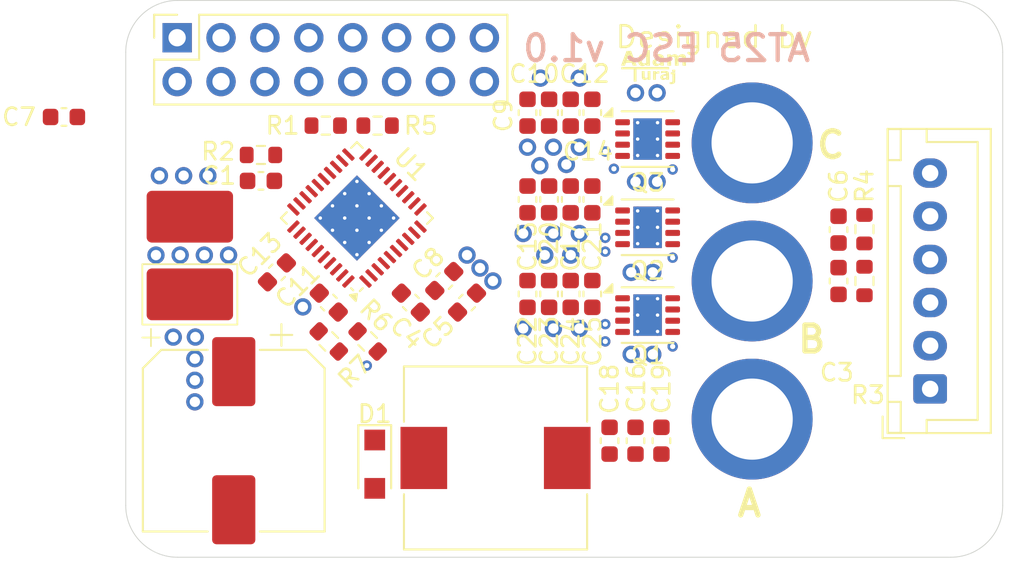
<source format=kicad_pcb>
(kicad_pcb (version 20241229) (generator "pcbnew") (generator_version "9.0")
  (layers (0 "F.Cu" signal) (4 "In1.Cu" signal) (6 "In2.Cu" signal) (2 "B.Cu" signal) (13 "F.Paste" user) (15 "B.Paste" user) (5 "F.SilkS" user "F.Silkscreen") (7 "B.SilkS" user "B.Silkscreen") (1 "F.Mask" user) (3 "B.Mask" user) (25 "Edge.Cuts" user))
  (net 0 "")
  (net 1 "VM")
  (net 2 "GND")
  (net 3 "/HALL_C")
  (net 4 "/HALL_B")
  (net 5 "Net-(D1-K)")
  (net 6 "+5V")
  (net 7 "/HALL_A")
  (net 8 "+3V3")
  (net 9 "/TEMP")
  (net 10 "/EN")
  (net 11 "/DIR")
  (net 12 "/BRAKE")
  (net 13 "/CLK")
  (net 14 "/FAULT")
  (net 15 "/CS")
  (net 16 "/SDI")
  (net 17 "/SDO")
  (net 18 "/PWM")
  (net 19 "/Phase_A.GL")
  (net 20 "/Phase_A.SH")
  (net 21 "/Phase_A.GH")
  (net 22 "/Phase_B.SH")
  (net 23 "/Phase_B.GH")
  (net 24 "/Phase_B.GL")
  (net 25 "/Phase_C.GL")
  (net 26 "/Phase_C.GH")
  (net 27 "/Phase_C.SH")
  (net 28 "Net-(U1-CPL)")
  (net 29 "Net-(U1-CPH)")
  (net 30 "Net-(U1-VCP)")
  (net 31 "Net-(U1-CB)")
  (net 32 "Net-(J3-Pin_3)")
  (net 33 "Net-(J3-Pin_4)")
  (net 34 "Net-(J3-Pin_2)")
  (net 35 "Net-(J4-Pin_3)")
  (net 36 "Net-(J4-Pin_2)")
  (net 37 "Net-(J4-Pin_1)")
  (net 38 "Net-(U1-FB)")
  (footprint "Capacitor_SMD:C_0603_1608Metric" (layer "F.Cu") (at 157 101.75 90)
    (property "Reference" "C12" (at 2.25 0.8 0) (layer "F.SilkS"))
    (property "Value" "4.7uF")
    (pad "1" smd roundrect (at -0.775 0 90) (size 0.9 0.95) (layers "F.Cu" "F.Mask" "F.Paste") (net 1 "VM"))
    (pad "2" smd roundrect (at 0.775 0 90) (size 0.9 0.95) (layers "F.Cu" "F.Mask" "F.Paste") (net 2 "GND"))
  )
  (footprint "Package_SON:VSON-8-1EP_3x3mm_P0.65mm_EP1.65x2.4mm_ThermalVias" (layer "F.Cu") (at 161.45 103.28)
    (property "Reference" "Q3" (at 0 2.52 180) (layer "F.SilkS"))
    (property "Value" "CSD87333Q3D")
    (pad "1" smd roundrect (at -1.45 -0.975) (size 0.85 0.35) (layers "F.Cu" "F.Mask" "F.Paste") (net 1 "VM"))
    (pad "2" smd roundrect (at -1.45 -0.325) (size 0.85 0.35) (layers "F.Cu" "F.Mask" "F.Paste") (net 1 "VM"))
    (pad "3" smd roundrect (at -1.45 0.325) (size 0.85 0.35) (layers "F.Cu" "F.Mask" "F.Paste") (net 26 "/Phase_C.GH"))
    (pad "4" smd roundrect (at -1.45 0.975) (size 0.85 0.35) (layers "F.Cu" "F.Mask" "F.Paste") (net 27 "/Phase_C.SH"))
    (pad "5" smd roundrect (at 1.45 0.975) (size 0.85 0.35) (layers "F.Cu" "F.Mask" "F.Paste") (net 25 "/Phase_C.GL"))
    (pad "6" smd roundrect (at 1.45 0.325) (size 0.85 0.35) (layers "F.Cu" "F.Mask" "F.Paste") (net 35 "Net-(J4-Pin_3)"))
    (pad "7" smd roundrect (at 1.45 -0.325) (size 0.85 0.35) (layers "F.Cu" "F.Mask" "F.Paste") (net 35 "Net-(J4-Pin_3)"))
    (pad "8" smd roundrect (at 1.45 -0.975) (size 0.85 0.35) (layers "F.Cu" "F.Mask" "F.Paste") (net 35 "Net-(J4-Pin_3)"))
    (pad "9" thru_hole circle (at -0.575 -0.95) (size 0.5 0.5) (drill 0.2) (property pad_prop_heatsink) (layers "*.Cu") (net 2 "GND"))
    (pad "9" thru_hole circle (at -0.575 0) (size 0.5 0.5) (drill 0.2) (property pad_prop_heatsink) (layers "*.Cu") (net 2 "GND"))
    (pad "9" thru_hole circle (at -0.575 0.95) (size 0.5 0.5) (drill 0.2) (property pad_prop_heatsink) (layers "*.Cu") (net 2 "GND"))
    (pad "9" smd rect (at 0 0) (size 1.65 2.4) (property pad_prop_heatsink) (layers "F.Cu" "F.Mask") (net 2 "GND"))
    (pad "9" smd rect (at 0 0) (size 1.65 2.4) (property pad_prop_heatsink) (layers "B.Cu") (net 2 "GND"))
    (pad "9" thru_hole circle (at 0.575 -0.95) (size 0.5 0.5) (drill 0.2) (property pad_prop_heatsink) (layers "*.Cu") (net 2 "GND"))
    (pad "9" thru_hole circle (at 0.575 0) (size 0.5 0.5) (drill 0.2) (property pad_prop_heatsink) (layers "*.Cu") (net 2 "GND"))
    (pad "9" thru_hole circle (at 0.575 0.95) (size 0.5 0.5) (drill 0.2) (property pad_prop_heatsink) (layers "*.Cu") (net 2 "GND"))
  )
  (footprint "Capacitor_SMD:C_0603_1608Metric" (layer "F.Cu") (at 127.675 102)
    (property "Reference" "C7" (at -2.6 0 0) (layer "F.SilkS"))
    (property "Value" "1uF")
    (pad "1" smd roundrect (at -0.775 0) (size 0.9 0.95) (layers "F.Cu" "F.Mask" "F.Paste") (net 8 "+3V3"))
    (pad "2" smd roundrect (at 0.775 0) (size 0.9 0.95) (layers "F.Cu" "F.Mask" "F.Paste") (net 2 "GND"))
  )
  (footprint "Inductor_SMD:L_10.4x10.4_H4.8" (layer "F.Cu") (at 152.65 121.75)
    (property "Reference" "L1" (hide yes))
    (property "Value" "33uH")
    (pad "1" smd rect (at -4.15 0) (size 2.7 3.6) (layers "F.Cu" "F.Mask" "F.Paste") (net 5 "Net-(D1-K)"))
    (pad "2" smd rect (at 4.15 0) (size 2.7 3.6) (layers "F.Cu" "F.Mask" "F.Paste") (net 6 "+5V"))
  )
  (footprint "Package_SON:VSON-8-1EP_3x3mm_P0.65mm_EP1.65x2.4mm_ThermalVias" (layer "F.Cu") (at 161.45 113.475)
    (property "Reference" "Q1" (at 0 2.325 0) (layer "F.SilkS"))
    (property "Value" "CSD87333Q3D")
    (pad "1" smd roundrect (at -1.45 -0.975) (size 0.85 0.35) (layers "F.Cu" "F.Mask" "F.Paste") (net 1 "VM"))
    (pad "2" smd roundrect (at -1.45 -0.325) (size 0.85 0.35) (layers "F.Cu" "F.Mask" "F.Paste") (net 1 "VM"))
    (pad "3" smd roundrect (at -1.45 0.325) (size 0.85 0.35) (layers "F.Cu" "F.Mask" "F.Paste") (net 21 "/Phase_A.GH"))
    (pad "4" smd roundrect (at -1.45 0.975) (size 0.85 0.35) (layers "F.Cu" "F.Mask" "F.Paste") (net 20 "/Phase_A.SH"))
    (pad "5" smd roundrect (at 1.45 0.975) (size 0.85 0.35) (layers "F.Cu" "F.Mask" "F.Paste") (net 19 "/Phase_A.GL"))
    (pad "6" smd roundrect (at 1.45 0.325) (size 0.85 0.35) (layers "F.Cu" "F.Mask" "F.Paste") (net 37 "Net-(J4-Pin_1)"))
    (pad "7" smd roundrect (at 1.45 -0.325) (size 0.85 0.35) (layers "F.Cu" "F.Mask" "F.Paste") (net 37 "Net-(J4-Pin_1)"))
    (pad "8" smd roundrect (at 1.45 -0.975) (size 0.85 0.35) (layers "F.Cu" "F.Mask" "F.Paste") (net 37 "Net-(J4-Pin_1)"))
    (pad "9" thru_hole circle (at -0.575 -0.95) (size 0.5 0.5) (drill 0.2) (property pad_prop_heatsink) (layers "*.Cu") (net 2 "GND"))
    (pad "9" thru_hole circle (at -0.575 0) (size 0.5 0.5) (drill 0.2) (property pad_prop_heatsink) (layers "*.Cu") (net 2 "GND"))
    (pad "9" thru_hole circle (at -0.575 0.95) (size 0.5 0.5) (drill 0.2) (property pad_prop_heatsink) (layers "*.Cu") (net 2 "GND"))
    (pad "9" smd rect (at 0 0) (size 1.65 2.4) (property pad_prop_heatsink) (layers "F.Cu" "F.Mask") (net 2 "GND"))
    (pad "9" smd rect (at 0 0) (size 1.65 2.4) (property pad_prop_heatsink) (layers "B.Cu") (net 2 "GND"))
    (pad "9" thru_hole circle (at 0.575 -0.95) (size 0.5 0.5) (drill 0.2) (property pad_prop_heatsink) (layers "*.Cu") (net 2 "GND"))
    (pad "9" thru_hole circle (at 0.575 0) (size 0.5 0.5) (drill 0.2) (property pad_prop_heatsink) (layers "*.Cu") (net 2 "GND"))
    (pad "9" thru_hole circle (at 0.575 0.95) (size 0.5 0.5) (drill 0.2) (property pad_prop_heatsink) (layers "*.Cu") (net 2 "GND"))
  )
  (footprint "Diode_SMD:Nexperia_CFP3_SOD-123W" (layer "F.Cu") (at 145.66 122.11 -90)
    (property "Reference" "D1" (at -2.91 0 180) (layer "F.SilkS"))
    (property "Value" "340mV@1A")
    (pad "1" smd rect (at -1.4 0 270) (size 1.2 1.2) (layers "F.Cu" "F.Mask" "F.Paste") (net 5 "Net-(D1-K)"))
    (pad "2" smd rect (at 1.4 0 270) (size 1.2 1.2) (layers "F.Cu" "F.Mask" "F.Paste") (net 2 "GND"))
  )
  (footprint "Resistor_SMD:R_0603_1608Metric" (layer "F.Cu") (at 143 115 135)
    (property "Reference" "R7" (at -2.298097 -0.176777 225) (layer "F.SilkS"))
    (property "Value" "10k4")
    (pad "1" smd roundrect (at -0.825 0 135) (size 0.8 0.95) (layers "F.Cu" "F.Mask" "F.Paste") (net 38 "Net-(U1-FB)"))
    (pad "2" smd roundrect (at 0.825 0 135) (size 0.8 0.95) (layers "F.Cu" "F.Mask" "F.Paste") (net 2 "GND"))
  )
  (footprint "Package_SON:VSON-8-1EP_3x3mm_P0.65mm_EP1.65x2.4mm_ThermalVias" (layer "F.Cu") (at 161.45 108.39)
    (property "Reference" "Q2" (at 0 2.51 0) (layer "F.SilkS"))
    (property "Value" "CSD87333Q3D")
    (pad "1" smd roundrect (at -1.45 -0.975) (size 0.85 0.35) (layers "F.Cu" "F.Mask" "F.Paste") (net 1 "VM"))
    (pad "2" smd roundrect (at -1.45 -0.325) (size 0.85 0.35) (layers "F.Cu" "F.Mask" "F.Paste") (net 1 "VM"))
    (pad "3" smd roundrect (at -1.45 0.325) (size 0.85 0.35) (layers "F.Cu" "F.Mask" "F.Paste") (net 23 "/Phase_B.GH"))
    (pad "4" smd roundrect (at -1.45 0.975) (size 0.85 0.35) (layers "F.Cu" "F.Mask" "F.Paste") (net 22 "/Phase_B.SH"))
    (pad "5" smd roundrect (at 1.45 0.975) (size 0.85 0.35) (layers "F.Cu" "F.Mask" "F.Paste") (net 24 "/Phase_B.GL"))
    (pad "6" smd roundrect (at 1.45 0.325) (size 0.85 0.35) (layers "F.Cu" "F.Mask" "F.Paste") (net 36 "Net-(J4-Pin_2)"))
    (pad "7" smd roundrect (at 1.45 -0.325) (size 0.85 0.35) (layers "F.Cu" "F.Mask" "F.Paste") (net 36 "Net-(J4-Pin_2)"))
    (pad "8" smd roundrect (at 1.45 -0.975) (size 0.85 0.35) (layers "F.Cu" "F.Mask" "F.Paste") (net 36 "Net-(J4-Pin_2)"))
    (pad "9" thru_hole circle (at -0.575 -0.95) (size 0.5 0.5) (drill 0.2) (property pad_prop_heatsink) (layers "*.Cu") (net 2 "GND"))
    (pad "9" thru_hole circle (at -0.575 0) (size 0.5 0.5) (drill 0.2) (property pad_prop_heatsink) (layers "*.Cu") (net 2 "GND"))
    (pad "9" thru_hole circle (at -0.575 0.95) (size 0.5 0.5) (drill 0.2) (property pad_prop_heatsink) (layers "*.Cu") (net 2 "GND"))
    (pad "9" smd rect (at 0 0) (size 1.65 2.4) (property pad_prop_heatsink) (layers "F.Cu" "F.Mask") (net 2 "GND"))
    (pad "9" smd rect (at 0 0) (size 1.65 2.4) (property pad_prop_heatsink) (layers "B.Cu") (net 2 "GND"))
    (pad "9" thru_hole circle (at 0.575 -0.95) (size 0.5 0.5) (drill 0.2) (property pad_prop_heatsink) (layers "*.Cu") (net 2 "GND"))
    (pad "9" thru_hole circle (at 0.575 0) (size 0.5 0.5) (drill 0.2) (property pad_prop_heatsink) (layers "*.Cu") (net 2 "GND"))
    (pad "9" thru_hole circle (at 0.575 0.95) (size 0.5 0.5) (drill 0.2) (property pad_prop_heatsink) (layers "*.Cu") (net 2 "GND"))
  )
  (footprint "Capacitor_SMD:C_0603_1608Metric" (layer "F.Cu") (at 140 111 -135)
    (property "Reference" "C13" (at 0 1.414214 45) (layer "F.SilkS"))
    (property "Value" "0.1uF")
    (pad "1" smd roundrect (at -0.775 0 225) (size 0.9 0.95) (layers "F.Cu" "F.Mask" "F.Paste") (net 31 "Net-(U1-CB)"))
    (pad "2" smd roundrect (at 0.775 0 225) (size 0.9 0.95) (layers "F.Cu" "F.Mask" "F.Paste") (net 5 "Net-(D1-K)"))
  )
  (footprint "Capacitor_SMD:C_0603_1608Metric" (layer "F.Cu") (at 147.75 112.75 -45)
    (property "Reference" "C4" (at 1.06066 1.414214 135) (layer "F.SilkS"))
    (property "Value" "47nF")
    (pad "1" smd roundrect (at -0.775 0 315) (size 0.9 0.95) (layers "F.Cu" "F.Mask" "F.Paste") (net 29 "Net-(U1-CPH)"))
    (pad "2" smd roundrect (at 0.775 0 315) (size 0.9 0.95) (layers "F.Cu" "F.Mask" "F.Paste") (net 28 "Net-(U1-CPL)"))
  )
  (footprint "Capacitor_SMD:C_0603_1608Metric" (layer "F.Cu") (at 155.75 101.75 90)
    (property "Reference" "C10" (at 2.25 -0.85 0) (layer "F.SilkS"))
    (property "Value" "4.7uF")
    (pad "1" smd roundrect (at -0.775 0 90) (size 0.9 0.95) (layers "F.Cu" "F.Mask" "F.Paste") (net 1 "VM"))
    (pad "2" smd roundrect (at 0.775 0 90) (size 0.9 0.95) (layers "F.Cu" "F.Mask" "F.Paste") (net 2 "GND"))
  )
  (footprint "Capacitor_SMD:C_0603_1608Metric" (layer "F.Cu") (at 157 106.775 90)
    (property "Reference" "C20" (at -2.725 -1.25 270) (layer "F.SilkS"))
    (property "Value" "4.7uF")
    (pad "1" smd roundrect (at -0.775 0 90) (size 0.9 0.95) (layers "F.Cu" "F.Mask" "F.Paste") (net 1 "VM"))
    (pad "2" smd roundrect (at 0.775 0 90) (size 0.9 0.95) (layers "F.Cu" "F.Mask" "F.Paste") (net 2 "GND"))
  )
  (footprint "Capacitor_SMD:C_0603_1608Metric" (layer "F.Cu") (at 149.684315 111.5 -135)
    (property "Reference" "C8" (at -0.046446 1.367767 45) (layer "F.SilkS"))
    (property "Value" "1uF")
    (pad "1" smd roundrect (at -0.775 0 225) (size 0.9 0.95) (layers "F.Cu" "F.Mask" "F.Paste") (net 1 "VM"))
    (pad "2" smd roundrect (at 0.775 0 225) (size 0.9 0.95) (layers "F.Cu" "F.Mask" "F.Paste") (net 30 "Net-(U1-VCP)"))
  )
  (footprint "Capacitor_SMD:C_0603_1608Metric" (layer "F.Cu") (at 158.25 112.25 90)
    (property "Reference" "C25" (at -2.75 0 90) (layer "F.SilkS"))
    (property "Value" "0.1uF")
    (pad "1" smd roundrect (at -0.775 0 90) (size 0.9 0.95) (layers "F.Cu" "F.Mask" "F.Paste") (net 1 "VM"))
    (pad "2" smd roundrect (at 0.775 0 90) (size 0.9 0.95) (layers "F.Cu" "F.Mask" "F.Paste") (net 2 "GND"))
  )
  (footprint "Capacitor_SMD:C_0603_1608Metric" (layer "F.Cu") (at 154.5 106.775 90)
    (property "Reference" "C15" (at -2.725 0 270) (layer "F.SilkS"))
    (property "Value" "4.7uF")
    (pad "1" smd roundrect (at -0.775 0 90) (size 0.9 0.95) (layers "F.Cu" "F.Mask" "F.Paste") (net 1 "VM"))
    (pad "2" smd roundrect (at 0.775 0 90) (size 0.9 0.95) (layers "F.Cu" "F.Mask" "F.Paste") (net 2 "GND"))
  )
  (footprint "Capacitor_SMD:CP_Elec_10x10" (layer "F.Cu") (at 137.5 120.75 -90)
    (property "Reference" "C2" (hide yes))
    (property "Value" "100uF")
    (pad "1" smd roundrect (at -4 0 270) (size 4 2.5) (layers "F.Cu" "F.Mask" "F.Paste") (roundrect_rratio 0.1) (net 1 "VM"))
    (pad "2" smd roundrect (at 4 0 270) (size 4 2.5) (layers "F.Cu" "F.Mask" "F.Paste") (roundrect_rratio 0.1) (net 2 "GND"))
  )
  (footprint "Resistor_SMD:R_0603_1608Metric" (layer "F.Cu") (at 139.075 104.2 180)
    (property "Reference" "R2" (at 2.475 0.2 180) (layer "F.SilkS"))
    (property "Value" "100R")
    (pad "1" smd roundrect (at -0.825 0 180) (size 0.8 0.95) (layers "F.Cu" "F.Mask" "F.Paste") (net 7 "/HALL_A"))
    (pad "2" smd roundrect (at 0.825 0 180) (size 0.8 0.95) (layers "F.Cu" "F.Mask" "F.Paste") (net 34 "Net-(J3-Pin_2)"))
  )
  (footprint "Symbol:Personal-Logo_Silkscreen" (layer "F.Cu") (at 161.8 99.1)
    (property "Reference" "REF**" (hide yes))
    (property "Value" "LOGO" (hide yes))
  )
  (footprint "Resistor_SMD:R_0603_1608Metric" (layer "F.Cu") (at 142.825 102.5 180)
    (property "Reference" "R1" (at 2.5 0 0) (layer "F.SilkS"))
    (property "Value" "10k4")
    (pad "1" smd roundrect (at -0.825 0 180) (size 0.8 0.95) (layers "F.Cu" "F.Mask" "F.Paste") (net 17 "/SDO"))
    (pad "2" smd roundrect (at 0.825 0 180) (size 0.8 0.95) (layers "F.Cu" "F.Mask" "F.Paste") (net 8 "+3V3"))
  )
  (footprint "Capacitor_SMD:C_0603_1608Metric" (layer "F.Cu") (at 154.5 101.75 90)
    (property "Reference" "C9" (at -0.15 -1.4 270) (layer "F.SilkS"))
    (property "Value" "4.7uF")
    (pad "1" smd roundrect (at -0.775 0 90) (size 0.9 0.95) (layers "F.Cu" "F.Mask" "F.Paste") (net 1 "VM"))
    (pad "2" smd roundrect (at 0.775 0 90) (size 0.9 0.95) (layers "F.Cu" "F.Mask" "F.Paste") (net 2 "GND"))
  )
  (footprint "Resistor_SMD:R_0603_1608Metric" (layer "F.Cu") (at 174 111.5 -90)
    (property "Reference" "R3" (at 6.6 -0.2 180) (layer "F.SilkS"))
    (property "Value" "100R")
    (pad "1" smd roundrect (at -0.825 0 270) (size 0.8 0.95) (layers "F.Cu" "F.Mask" "F.Paste") (net 4 "/HALL_B"))
    (pad "2" smd roundrect (at 0.825 0 270) (size 0.8 0.95) (layers "F.Cu" "F.Mask" "F.Paste") (net 32 "Net-(J3-Pin_3)"))
  )
  (footprint "Connector_PinSocket_2.54mm:PinSocket_2x08_P2.54mm_Vertical" (layer "F.Cu") (at 134.225 97.41 90)
    (property "Reference" "J2" (hide yes))
    (property "Value" "Conn_MB")
    (pad "1" thru_hole rect (at 0 0 90) (size 1.7 1.7) (drill 1) (layers "*.Cu" "*.Mask") (net 1 "VM"))
    (pad "2" thru_hole circle (at -2.54 0 90) (size 1.7 1.7) (drill 1) (layers "*.Cu" "*.Mask") (net 6 "+5V"))
    (pad "3" thru_hole circle (at 0 2.54 90) (size 1.7 1.7) (drill 1) (layers "*.Cu" "*.Mask") (net 10 "/EN"))
    (pad "4" thru_hole circle (at -2.54 2.54 90) (size 1.7 1.7) (drill 1) (layers "*.Cu" "*.Mask") (net 18 "/PWM"))
    (pad "5" thru_hole circle (at 0 5.08 90) (size 1.7 1.7) (drill 1) (layers "*.Cu" "*.Mask") (net 11 "/DIR"))
    (pad "6" thru_hole circle (at -2.54 5.08 90) (size 1.7 1.7) (drill 1) (layers "*.Cu" "*.Mask") (net 12 "/BRAKE"))
    (pad "7" thru_hole circle (at 0 7.62 90) (size 1.7 1.7) (drill 1) (layers "*.Cu" "*.Mask") (net 14 "/FAULT"))
    (pad "8" thru_hole circle (at -2.54 7.62 90) (size 1.7 1.7) (drill 1) (layers "*.Cu" "*.Mask") (net 15 "/CS"))
    (pad "9" thru_hole circle (at 0 10.16 90) (size 1.7 1.7) (drill 1) (layers "*.Cu" "*.Mask") (net 13 "/CLK"))
    (pad "10" thru_hole circle (at -2.54 10.16 90) (size 1.7 1.7) (drill 1) (layers "*.Cu" "*.Mask") (net 16 "/SDI"))
    (pad "11" thru_hole circle (at 0 12.7 90) (size 1.7 1.7) (drill 1) (layers "*.Cu" "*.Mask") (net 17 "/SDO"))
    (pad "12" thru_hole circle (at -2.54 12.7 90) (size 1.7 1.7) (drill 1) (layers "*.Cu" "*.Mask") (net 9 "/TEMP"))
    (pad "13" thru_hole circle (at 0 15.24 90) (size 1.7 1.7) (drill 1) (layers "*.Cu" "*.Mask") (net 7 "/HALL_A"))
    (pad "14" thru_hole circle (at -2.54 15.24 90) (size 1.7 1.7) (drill 1) (layers "*.Cu" "*.Mask") (net 4 "/HALL_B"))
    (pad "15" thru_hole circle (at 0 17.78 90) (size 1.7 1.7) (drill 1) (layers "*.Cu" "*.Mask") (net 3 "/HALL_C"))
    (pad "16" thru_hole circle (at -2.54 17.78 90) (size 1.7 1.7) (drill 1) (layers "*.Cu" "*.Mask") (net 2 "GND"))
  )
  (footprint "Capacitor_SMD:C_0603_1608Metric" (layer "F.Cu") (at 172.5 111.5 -90)
    (property "Reference" "C3" (at 5.3 0.1 180) (layer "F.SilkS"))
    (property "Value" "10nF")
    (pad "1" smd roundrect (at -0.775 0 270) (size 0.9 0.95) (layers "F.Cu" "F.Mask" "F.Paste") (net 4 "/HALL_B"))
    (pad "2" smd roundrect (at 0.775 0 270) (size 0.9 0.95) (layers "F.Cu" "F.Mask" "F.Paste") (net 2 "GND"))
  )
  (footprint "Capacitor_SMD:C_0603_1608Metric" (layer "F.Cu") (at 154.5 112.25 90)
    (property "Reference" "C22" (at -2.725 0 270) (layer "F.SilkS"))
    (property "Value" "4.7uF")
    (pad "1" smd roundrect (at -0.775 0 90) (size 0.9 0.95) (layers "F.Cu" "F.Mask" "F.Paste") (net 1 "VM"))
    (pad "2" smd roundrect (at 0.775 0 90) (size 0.9 0.95) (layers "F.Cu" "F.Mask" "F.Paste") (net 2 "GND"))
  )
  (footprint "Connector_Wire:SolderWirePad_1x02_SMD_5x10mm" (layer "F.Cu") (at 134.96 110.025 90)
    (property "Reference" "J1" (hide yes))
    (property "Value" "Conn_PWR")
    (pad "1" smd roundrect (at -2.25 0 90) (size 3 5) (layers "F.Cu" "F.Mask" "F.Paste") (roundrect_rratio 0.1) (net 1 "VM"))
    (pad "2" smd roundrect (at 2.25 0 90) (size 3 5) (layers "F.Cu" "F.Mask" "F.Paste") (roundrect_rratio 0.1) (net 2 "GND"))
  )
  (footprint "Package_DFN_QFN:VQFN-40-1EP_6x6mm_P0.5mm_EP3.5x3.5mm_ThermalVias" (layer "F.Cu") (at 144.62868 107.854214 135)
    (property "Reference" "U1" (at -0.012096 4.402117 135) (layer "F.SilkS"))
    (property "Value" "DRV8320RS")
    (pad "1" smd roundrect (at -2.95 -2.25 135) (size 0.85 0.25) (layers "F.Cu" "F.Mask" "F.Paste") (net 2 "GND"))
    (pad "2" smd roundrect (at -2.95 -1.75 135) (size 0.85 0.25) (layers "F.Cu" "F.Mask" "F.Paste") (net 28 "Net-(U1-CPL)"))
    (pad "3" smd roundrect (at -2.95 -1.249999 135) (size 0.85 0.25) (layers "F.Cu" "F.Mask" "F.Paste") (net 29 "Net-(U1-CPH)"))
    (pad "4" smd roundrect (at -2.95 -0.75 135) (size 0.85 0.25) (layers "F.Cu" "F.Mask" "F.Paste") (net 30 "Net-(U1-VCP)"))
    (pad "5" smd roundrect (at -2.95 -0.25 135) (size 0.85 0.25) (layers "F.Cu" "F.Mask" "F.Paste") (net 1 "VM"))
    (pad "6" smd roundrect (at -2.95 0.25 135) (size 0.85 0.25) (layers "F.Cu" "F.Mask" "F.Paste") (net 1 "VM"))
    (pad "7" smd roundrect (at -2.95 0.75 135) (size 0.85 0.25) (layers "F.Cu" "F.Mask" "F.Paste") (net 21 "/Phase_A.GH"))
    (pad "8" smd roundrect (at -2.95 1.249999 135) (size 0.85 0.25) (layers "F.Cu" "F.Mask" "F.Paste") (net 20 "/Phase_A.SH"))
    (pad "9" smd roundrect (at -2.95 1.75 135) (size 0.85 0.25) (layers "F.Cu" "F.Mask" "F.Paste") (net 19 "/Phase_A.GL"))
    (pad "10" smd roundrect (at -2.95 2.25 135) (size 0.85 0.25) (layers "F.Cu" "F.Mask" "F.Paste") (net 2 "GND"))
    (pad "11" smd roundrect (at -2.25 2.95 135) (size 0.25 0.85) (layers "F.Cu" "F.Mask" "F.Paste") (net 2 "GND"))
    (pad "12" smd roundrect (at -1.75 2.95 135) (size 0.25 0.85) (layers "F.Cu" "F.Mask" "F.Paste") (net 24 "/Phase_B.GL"))
    (pad "13" smd roundrect (at -1.249999 2.95 135) (size 0.25 0.85) (layers "F.Cu" "F.Mask" "F.Paste") (net 22 "/Phase_B.SH"))
    (pad "14" smd roundrect (at -0.75 2.95 135) (size 0.25 0.85) (layers "F.Cu" "F.Mask" "F.Paste") (net 23 "/Phase_B.GH"))
    (pad "15" smd roundrect (at -0.25 2.95 135) (size 0.25 0.85) (layers "F.Cu" "F.Mask" "F.Paste") (net 26 "/Phase_C.GH"))
    (pad "16" smd roundrect (at 0.25 2.95 135) (size 0.25 0.85) (layers "F.Cu" "F.Mask" "F.Paste") (net 27 "/Phase_C.SH"))
    (pad "17" smd roundrect (at 0.75 2.95 135) (size 0.25 0.85) (layers "F.Cu" "F.Mask" "F.Paste") (net 25 "/Phase_C.GL"))
    (pad "18" smd roundrect (at 1.249999 2.95 135) (size 0.25 0.85) (layers "F.Cu" "F.Mask" "F.Paste") (net 2 "GND"))
    (pad "19" smd roundrect (at 1.75 2.95 135) (size 0.25 0.85) (layers "F.Cu" "F.Mask" "F.Paste") (net 2 "GND"))
    (pad "20" smd roundrect (at 2.25 2.95 135) (size 0.25 0.85) (layers "F.Cu" "F.Mask" "F.Paste") (net 14 "/FAULT"))
    (pad "21" smd roundrect (at 2.95 2.25 135) (size 0.85 0.25) (layers "F.Cu" "F.Mask" "F.Paste") (net 17 "/SDO"))
    (pad "22" smd roundrect (at 2.95 1.75 135) (size 0.85 0.25) (layers "F.Cu" "F.Mask" "F.Paste") (net 16 "/SDI"))
    (pad "23" smd roundrect (at 2.95 1.249999 135) (size 0.85 0.25) (layers "F.Cu" "F.Mask" "F.Paste") (net 13 "/CLK"))
    (pad "24" smd roundrect (at 2.95 0.75 135) (size 0.85 0.25) (layers "F.Cu" "F.Mask" "F.Paste") (net 15 "/CS"))
    (pad "25" smd roundrect (at 2.95 0.25 135) (size 0.85 0.25) (layers "F.Cu" "F.Mask" "F.Paste") (net 10 "/EN"))
    (pad "26" smd roundrect (at 2.95 -0.25 135) (size 0.85 0.25) (layers "F.Cu" "F.Mask" "F.Paste") (net 2 "GND"))
    (pad "27" smd roundrect (at 2.95 -0.75 135) (size 0.85 0.25) (layers "F.Cu" "F.Mask" "F.Paste") (net 8 "+3V3"))
    (pad "28" smd roundrect (at 2.95 -1.249999 135) (size 0.85 0.25) (layers "F.Cu" "F.Mask" "F.Paste") (net 18 "/PWM"))
    (pad "29" smd roundrect (at 2.95 -1.75 135) (size 0.85 0.25) (layers "F.Cu" "F.Mask" "F.Paste") (net 7 "/HALL_A"))
    (pad "30" smd roundrect (at 2.95 -2.25 135) (size 0.85 0.25) (layers "F.Cu" "F.Mask" "F.Paste") (net 4 "/HALL_B"))
    (pad "31" smd roundrect (at 2.25 -2.95 135) (size 0.25 0.85) (layers "F.Cu" "F.Mask" "F.Paste") (net 3 "/HALL_C"))
    (pad "32" smd roundrect (at 1.75 -2.95 135) (size 0.25 0.85) (layers "F.Cu" "F.Mask" "F.Paste") (net 11 "/DIR"))
    (pad "33" smd roundrect (at 1.249999 -2.95 135) (size 0.25 0.85) (layers "F.Cu" "F.Mask" "F.Paste") (net 12 "/BRAKE"))
    (pad "34" smd roundrect (at 0.75 -2.95 135) (size 0.25 0.85) (layers "F.Cu" "F.Mask" "F.Paste") (net 2 "GND"))
    (pad "35" smd roundrect (at 0.25 -2.95 135) (size 0.25 0.85) (layers "F.Cu" "F.Mask" "F.Paste") (net 31 "Net-(U1-CB)"))
    (pad "36" smd roundrect (at -0.25 -2.95 135) (size 0.25 0.85) (layers "F.Cu" "F.Mask" "F.Paste") (net 5 "Net-(D1-K)"))
    (pad "37" smd roundrect (at -0.75 -2.95 135) (size 0.25 0.85) (layers "F.Cu" "F.Mask" "F.Paste"))
    (pad "38" smd roundrect (at -1.249999 -2.95 135) (size 0.25 0.85) (layers "F.Cu" "F.Mask" "F.Paste") (net 1 "VM"))
    (pad "39" smd roundrect (at -1.75 -2.95 135) (size 0.25 0.85) (layers "F.Cu" "F.Mask" "F.Paste"))
    (pad "40" smd roundrect (at -2.25 -2.95 135) (size 0.25 0.85) (layers "F.Cu" "F.Mask" "F.Paste") (net 38 "Net-(U1-FB)"))
    (pad "41" thru_hole circle (at -1.5 -1.5 135) (size 0.5 0.5) (drill 0.2) (property pad_prop_heatsink) (layers "*.Cu") (net 2 "GND"))
    (pad "41" thru_hole circle (at -1.5 -0.5 135) (size 0.5 0.5) (drill 0.2) (property pad_prop_heatsink) (layers "*.Cu") (net 2 "GND"))
    (pad "41" thru_hole circle (at -1.5 0.5 135) (size 0.5 0.5) (drill 0.2) (property pad_prop_heatsink) (layers "*.Cu") (net 2 "GND"))
    (pad "41" thru_hole circle (at -1.5 1.5 135) (size 0.5 0.5) (drill 0.2) (property pad_prop_heatsink) (layers "*.Cu") (net 2 "GND"))
    (pad "41" thru_hole circle (at -0.5 -1.5 135) (size 0.5 0.5) (drill 0.2) (property pad_prop_heatsink) (layers "*.Cu") (net 2 "GND"))
    (pad "41" thru_hole circle (at -0.5 -0.5 135) (size 0.5 0.5) (drill 0.2) (property pad_prop_heatsink) (layers "*.Cu") (net 2 "GND"))
    (pad "41" thru_hole circle (at -0.5 0.5 135) (size 0.5 0.5) (drill 0.2) (property pad_prop_heatsink) (layers "*.Cu") (net 2 "GND"))
    (pad "41" thru_hole circle (at -0.5 1.5 135) (size 0.5 0.5) (drill 0.2) (property pad_prop_heatsink) (layers "*.Cu") (net 2 "GND"))
    (pad "41" smd rect (at 0 0 135) (size 3.5 3.5) (property pad_prop_heatsink) (layers "F.Cu" "F.Mask") (net 2 "GND"))
    (pad "41" smd rect (at 0 0 135) (size 3.5 3.5) (property pad_prop_heatsink) (layers "B.Cu") (net 2 "GND"))
    (pad "41" thru_hole circle (at 0.5 -1.5 135) (size 0.5 0.5) (drill 0.2) (property pad_prop_heatsink) (layers "*.Cu") (net 2 "GND"))
    (pad "41" thru_hole circle (at 0.5 -0.5 135) (size 0.5 0.5) (drill 0.2) (property pad_prop_heatsink) (layers "*.Cu") (net 2 "GND"))
    (pad "41" thru_hole circle (at 0.5 0.5 135) (size 0.5 0.5) (drill 0.2) (property pad_prop_heatsink) (layers "*.Cu") (net 2 "GND"))
    (pad "41" thru_hole circle (at 0.5 1.5 135) (size 0.5 0.5) (drill 0.2) (property pad_prop_heatsink) (layers "*.Cu") (net 2 "GND"))
    (pad "41" thru_hole circle (at 1.5 -1.5 135) (size 0.5 0.5) (drill 0.2) (property pad_prop_heatsink) (layers "*.Cu") (net 2 "GND"))
    (pad "41" thru_hole circle (at 1.5 -0.5 135) (size 0.5 0.5) (drill 0.2) (property pad_prop_heatsink) (layers "*.Cu") (net 2 "GND"))
    (pad "41" thru_hole circle (at 1.5 0.5 135) (size 0.5 0.5) (drill 0.2) (property pad_prop_heatsink) (layers "*.Cu") (net 2 "GND"))
    (pad "41" thru_hole circle (at 1.5 1.5 135) (size 0.5 0.5) (drill 0.2) (property pad_prop_heatsink) (layers "*.Cu") (net 2 "GND"))
  )
  (footprint "Capacitor_SMD:C_0603_1608Metric" (layer "F.Cu") (at 159.25 120.75 90)
    (property "Reference" "C18" (at 3 0 90) (layer "F.SilkS"))
    (property "Value" "1.5uF")
    (pad "1" smd roundrect (at -0.775 0 90) (size 0.9 0.95) (layers "F.Cu" "F.Mask" "F.Paste") (net 6 "+5V"))
    (pad "2" smd roundrect (at 0.775 0 90) (size 0.9 0.95) (layers "F.Cu" "F.Mask" "F.Paste") (net 2 "GND"))
  )
  (footprint "Capacitor_SMD:C_0603_1608Metric" (layer "F.Cu") (at 162.25 120.75 90)
    (property "Reference" "C19" (at 3 0 90) (layer "F.SilkS"))
    (property "Value" "1.5uF")
    (pad "1" smd roundrect (at -0.775 0 90) (size 0.9 0.95) (layers "F.Cu" "F.Mask" "F.Paste") (net 6 "+5V"))
    (pad "2" smd roundrect (at 0.775 0 90) (size 0.9 0.95) (layers "F.Cu" "F.Mask" "F.Paste") (net 2 "GND"))
  )
  (footprint "MountingHole:MountingHole_3.2mm_M3" (layer "F.Cu") (at 173.25 123.75)
    (property "Reference" "REF**" (hide yes))
    (property "Value" "MountingHole_3.2mm_M3")
    (pad "" np_thru_hole circle (at 0 0) (size 3.2 3.2) (drill 3.2) (layers "*.Cu" "*.Mask"))
  )
  (footprint "Capacitor_SMD:C_0603_1608Metric" (layer "F.Cu") (at 160.75 120.75 90)
    (property "Reference" "C16" (at 3.05 0.035 90) (layer "F.SilkS"))
    (property "Value" "1.5uF")
    (pad "1" smd roundrect (at -0.775 0 90) (size 0.9 0.95) (layers "F.Cu" "F.Mask" "F.Paste") (net 6 "+5V"))
    (pad "2" smd roundrect (at 0.775 0 90) (size 0.9 0.95) (layers "F.Cu" "F.Mask" "F.Paste") (net 2 "GND"))
  )
  (footprint "Capacitor_SMD:C_0603_1608Metric" (layer "F.Cu") (at 158.25 106.775 90)
    (property "Reference" "C21" (at -2.725 0 270) (layer "F.SilkS"))
    (property "Value" "0.1uF")
    (pad "1" smd roundrect (at -0.775 0 90) (size 0.9 0.95) (layers "F.Cu" "F.Mask" "F.Paste") (net 1 "VM"))
    (pad "2" smd roundrect (at 0.775 0 90) (size 0.9 0.95) (layers "F.Cu" "F.Mask" "F.Paste") (net 2 "GND"))
  )
  (footprint "Capacitor_SMD:C_0603_1608Metric" (layer "F.Cu") (at 155.75 112.25 90)
    (property "Reference" "C23" (at -2.725 0 270) (layer "F.SilkS"))
    (property "Value" "4.7uF")
    (pad "1" smd roundrect (at -0.775 0 90) (size 0.9 0.95) (layers "F.Cu" "F.Mask" "F.Paste") (net 1 "VM"))
    (pad "2" smd roundrect (at 0.775 0 90) (size 0.9 0.95) (layers "F.Cu" "F.Mask" "F.Paste") (net 2 "GND"))
  )
  (footprint "Capacitor_SMD:C_0603_1608Metric" (layer "F.Cu") (at 151 112.75 -135)
    (property "Reference" "C5" (at 2.428427 -0.046446 45) (layer "F.SilkS"))
    (property "Value" "0.1uF")
    (pad "1" smd roundrect (at -0.775 0 225) (size 0.9 0.95) (layers "F.Cu" "F.Mask" "F.Paste") (net 1 "VM"))
    (pad "2" smd roundrect (at 0.775 0 225) (size 0.9 0.95) (layers "F.Cu" "F.Mask" "F.Paste") (net 2 "GND"))
  )
  (footprint "Resistor_SMD:R_0603_1608Metric" (layer "F.Cu") (at 145.825 102.5)
    (property "Reference" "R5" (at 2.5 0 0) (layer "F.SilkS"))
    (property "Value" "10k4")
    (pad "1" smd roundrect (at -0.825 0) (size 0.8 0.95) (layers "F.Cu" "F.Mask" "F.Paste") (net 14 "/FAULT"))
    (pad "2" smd roundrect (at 0.825 0) (size 0.8 0.95) (layers "F.Cu" "F.Mask" "F.Paste") (net 8 "+3V3"))
  )
  (footprint "Resistor_SMD:R_0603_1608Metric" (layer "F.Cu") (at 174 108.5 -90)
    (property "Reference" "R4" (at -2.5 0 90) (layer "F.SilkS"))
    (property "Value" "100R")
    (pad "1" smd roundrect (at -0.825 0 270) (size 0.8 0.95) (layers "F.Cu" "F.Mask" "F.Paste") (net 3 "/HALL_C"))
    (pad "2" smd roundrect (at 0.825 0 270) (size 0.8 0.95) (layers "F.Cu" "F.Mask" "F.Paste") (net 33 "Net-(J3-Pin_4)"))
  )
  (footprint "Capacitor_SMD:C_0603_1608Metric" (layer "F.Cu") (at 155.75 106.775 90)
    (property "Reference" "C17" (at -2.725 1.25 90) (layer "F.SilkS"))
    (property "Value" "4.7uF")
    (pad "1" smd roundrect (at -0.775 0 90) (size 0.9 0.95) (layers "F.Cu" "F.Mask" "F.Paste") (net 1 "VM"))
    (pad "2" smd roundrect (at 0.775 0 90) (size 0.9 0.95) (layers "F.Cu" "F.Mask" "F.Paste") (net 2 "GND"))
  )
  (footprint "Capacitor_SMD:C_0603_1608Metric" (layer "F.Cu") (at 172.5 108.525 -90)
    (property "Reference" "C6" (at -2.525 0 90) (layer "F.SilkS"))
    (property "Value" "10nF")
    (pad "1" smd roundrect (at -0.775 0 270) (size 0.9 0.95) (layers "F.Cu" "F.Mask" "F.Paste") (net 3 "/HALL_C"))
    (pad "2" smd roundrect (at 0.775 0 270) (size 0.9 0.95) (layers "F.Cu" "F.Mask" "F.Paste") (net 2 "GND"))
  )
  (footprint "Capacitor_SMD:C_0603_1608Metric" (layer "F.Cu") (at 158.25 101.75 90)
    (property "Reference" "C14" (at -2.25 -0.25 0) (layer "F.SilkS"))
    (property "Value" "0.1uF")
    (pad "1" smd roundrect (at -0.775 0 90) (size 0.9 0.95) (layers "F.Cu" "F.Mask" "F.Paste") (net 1 "VM"))
    (pad "2" smd roundrect (at 0.775 0 90) (size 0.9 0.95) (layers "F.Cu" "F.Mask" "F.Paste") (net 2 "GND"))
  )
  (footprint "Capacitor_SMD:C_0603_1608Metric" (layer "F.Cu") (at 157 112.25 90)
    (property "Reference" "C24" (at -2.75 0 270) (layer "F.SilkS") (effects (font (size 0.98 0.98))))
    (property "Value" "4.7uF")
    (pad "1" smd roundrect (at -0.775 0 90) (size 0.9 0.95) (layers "F.Cu" "F.Mask" "F.Paste") (net 1 "VM"))
    (pad "2" smd roundrect (at 0.775 0 90) (size 0.9 0.95) (layers "F.Cu" "F.Mask" "F.Paste") (net 2 "GND"))
  )
  (footprint "Connector_Pin:Pin_Bullet_D4.7mm" (layer "F.Cu") (at 167.5 111.5 90)
    (property "Reference" "J4" (hide yes))
    (property "Value" "Conn_MOTOR")
    (pad "1" thru_hole circle (at -8 0 90) (size 7 7) (drill 4.7) (layers "*.Cu" "*.Mask") (net 37 "Net-(J4-Pin_1)"))
    (pad "2" thru_hole circle (at 0 0 90) (size 7 7) (drill 4.7) (layers "*.Cu" "*.Mask") (net 36 "Net-(J4-Pin_2)"))
    (pad "3" thru_hole circle (at 8 0 90) (size 7 7) (drill 4.7) (layers "*.Cu" "*.Mask") (net 35 "Net-(J4-Pin_3)"))
  )
  (footprint "Capacitor_SMD:C_0603_1608Metric" (layer "F.Cu") (at 139.075 105.7 180)
    (property "Reference" "C1" (at 2.425 0.3 180) (layer "F.SilkS"))
    (property "Value" "10nF")
    (pad "1" smd roundrect (at -0.775 0 180) (size 0.9 0.95) (layers "F.Cu" "F.Mask" "F.Paste") (net 7 "/HALL_A"))
    (pad "2" smd roundrect (at 0.775 0 180) (size 0.9 0.95) (layers "F.Cu" "F.Mask" "F.Paste") (net 2 "GND"))
  )
  (footprint "Capacitor_SMD:C_0603_1608Metric" (layer "F.Cu") (at 143 112.75 -45)
    (property "Reference" "C11" (at -1.944544 0.601041 225) (layer "F.SilkS"))
    (property "Value" "10uF")
    (pad "1" smd roundrect (at -0.775 0 315) (size 0.9 0.95) (layers "F.Cu" "F.Mask" "F.Paste") (net 1 "VM"))
    (pad "2" smd roundrect (at 0.775 0 315) (size 0.9 0.95) (layers "F.Cu" "F.Mask" "F.Paste") (net 2 "GND"))
  )
  (footprint "Resistor_SMD:R_0603_1608Metric" (layer "F.Cu") (at 145.25 115 135)
    (property "Reference" "R6" (at 0.707107 1.414214 135) (layer "F.SilkS"))
    (property "Value" "57k6")
    (pad "1" smd roundrect (at -0.825 0 135) (size 0.8 0.95) (layers "F.Cu" "F.Mask" "F.Paste") (net 6 "+5V"))
    (pad "2" smd roundrect (at 0.825 0 135) (size 0.8 0.95) (layers "F.Cu" "F.Mask" "F.Paste") (net 38 "Net-(U1-FB)"))
  )
  (footprint "Connector_JST:JST_XH_B6B-XH-A_1x06_P2.50mm_Vertical" (layer "F.Cu") (at 177.8 117.75 90)
    (property "Reference" "J3" (hide yes))
    (property "Value" "Conn_SENSORS")
    (pad "1" thru_hole roundrect (at 0 0 90) (size 1.7 1.95) (drill 0.95) (layers "*.Cu" "*.Mask") (roundrect_rratio 0.147059) (net 6 "+5V"))
    (pad "2" thru_hole oval (at 2.5 0 90) (size 1.7 1.95) (drill 0.95) (layers "*.Cu" "*.Mask") (net 34 "Net-(J3-Pin_2)"))
    (pad "3" thru_hole oval (at 5 0 90) (size 1.7 1.95) (drill 0.95) (layers "*.Cu" "*.Mask") (net 32 "Net-(J3-Pin_3)"))
    (pad "4" thru_hole oval (at 7.5 0 90) (size 1.7 1.95) (drill 0.95) (layers "*.Cu" "*.Mask") (net 33 "Net-(J3-Pin_4)"))
    (pad "5" thru_hole oval (at 10 0 90) (size 1.7 1.95) (drill 0.95) (layers "*.Cu" "*.Mask") (net 2 "GND"))
    (pad "6" thru_hole oval (at 12.5 0 90) (size 1.7 1.95) (drill 0.95) (layers "*.Cu" "*.Mask") (net 9 "/TEMP"))
  )
  (footprint "MountingHole:MountingHole_3.2mm_M3" (layer "F.Cu") (at 173.25 99.15)
    (property "Reference" "REF**" (hide yes))
    (property "Value" "MountingHole_3.2mm_M3")
    (pad "" np_thru_hole circle (at 0 0) (size 3.2 3.2) (drill 3.2) (layers "*.Cu" "*.Mask"))
  )
  (gr_line (start 182 124.5) (end 182 98.25) (stroke (width 0.05)) (layer "Edge.Cuts"))
  (gr_arc (start 131.25 98.25) (mid 132.12868 96.12868) (end 134.25 95.25) (stroke (width 0.05)) (layer "Edge.Cuts"))
  (gr_arc (start 179 95.25) (mid 181.12132 96.12868) (end 182 98.25) (stroke (width 0.05)) (layer "Edge.Cuts"))
  (gr_line (start 131.25 124.5) (end 131.25 98.25) (stroke (width 0.05)) (layer "Edge.Cuts"))
  (gr_line (start 134.25 95.25) (end 179 95.25) (stroke (width 0.05)) (layer "Edge.Cuts"))
  (gr_arc (start 134.25 127.5) (mid 132.12868 126.62132) (end 131.25 124.5) (stroke (width 0.05)) (layer "Edge.Cuts"))
  (gr_line (start 134.25 127.5) (end 179 127.5) (stroke (width 0.05)) (layer "Edge.Cuts"))
  (gr_arc (start 182 124.5) (mid 181.12132 126.62132) (end 179 127.5) (stroke (width 0.05)) (layer "Edge.Cuts"))
  (gr_text "Designed by" (at 159.5 98.1 0) (layer "F.SilkS") (effects (font (size 1.25 1.25)) (justify left bottom)))
  (gr_text "A" (at 166.5 125.25 0) (layer "F.SilkS") (effects (font (size 1.5 1.5) (thickness 0.3) (bold yes)) (justify left bottom)))
  (gr_text "B" (at 170 115.75 0) (layer "F.SilkS") (effects (font (size 1.5 1.5) (thickness 0.3) (bold yes)) (justify left bottom)))
  (gr_text "C" (at 171.1 104.496 0) (layer "F.SilkS") (effects (font (size 1.5 1.5) (thickness 0.3) (bold yes)) (justify left bottom)))
  (gr_text "AT25 ESC v1.0" (at 171 98.9 0) (layer "B.SilkS") (effects (font (size 1.5 1.5) (thickness 0.25) (bold yes)) (justify left bottom mirror)))
  (via (at 135.280596 114.745903) (size 1) (drill 0.6) (layers "F.Cu" "B.Cu") (net 1))
  (via (at 156 108.75) (size 1) (drill 0.6) (layers "F.Cu" "B.Cu") (net 1))
  (via (at 152.5 111.5) (size 1) (drill 0.6) (layers "F.Cu" "B.Cu") (net 1))
  (via (at 154.25 114.25) (size 1) (drill 0.6) (layers "F.Cu" "B.Cu") (net 1))
  (via (at 157.5 103.75) (size 1) (drill 0.6) (layers "F.Cu" "B.Cu") (net 1))
  (via (at 154.25 108.75) (size 1) (drill 0.6) (layers "F.Cu" "B.Cu") (net 1))
  (via (at 157.5 114.25) (size 1) (drill 0.6) (layers "F.Cu" "B.Cu") (net 1))
  (via (at 135.25 116) (size 1) (drill 0.6) (layers "F.Cu" "B.Cu") (net 1))
  (via (at 156 103.75) (size 1) (drill 0.6) (layers "F.Cu" "B.Cu") (net 1))
  (via (at 151.75 110.75) (size 1) (drill 0.6) (layers "F.Cu" "B.Cu") (net 1))
  (via (at 154.5 103.75) (size 1) (drill 0.6) (layers "F.Cu" "B.Cu") (net 1))
  (via (at 157.5 108.75) (size 1) (drill 0.6) (layers "F.Cu" "B.Cu") (net 1))
  (via (at 141.5 113) (size 1) (drill 0.6) (layers "F.Cu" "B.Cu") (net 1))
  (via (at 151 110) (size 1) (drill 0.6) (layers "F.Cu" "B.Cu") (net 1))
  (via (at 156 114.25) (size 1) (drill 0.6) (layers "F.Cu" "B.Cu") (net 1))
  (via (at 135.25 118.5) (size 1) (drill 0.6) (layers "F.Cu" "B.Cu") (net 1))
  (via (at 135.25 117.25) (size 1) (drill 0.6) (layers "F.Cu" "B.Cu") (net 1))
  (via (at 134 114.75) (size 1) (drill 0.6) (layers "F.Cu" "B.Cu") (net 1))
  (via (at 156.75 104.75) (size 1) (drill 0.6) (layers "F.Cu" "B.Cu") (net 2))
  (via (at 135.8 110) (size 1) (drill 0.6) (layers "F.Cu" "B.Cu") (net 2))
  (via (at 160.5 115.75) (size 1) (drill 0.6) (layers "F.Cu" "B.Cu") (net 2))
  (via (at 162 105.75) (size 1) (drill 0.6) (layers "F.Cu" "B.Cu") (net 2))
  (via (at 134.4 110) (size 1) (drill 0.6) (layers "F.Cu" "B.Cu") (net 2))
  (via (at 161.75 111) (size 1) (drill 0.6) (layers "F.Cu" "B.Cu") (net 2))
  (via (at 162 100.6) (size 1) (drill 0.6) (layers "F.Cu" "B.Cu") (net 2))
  (via (at 157.5 99.75) (size 1) (drill 0.6) (layers "F.Cu" "B.Cu") (net 2))
  (via (at 160.75 105.75) (size 1) (drill 0.6) (layers "F.Cu" "B.Cu") (net 2))
  (via (at 133 110) (size 1) (drill 0.6) (layers "F.Cu" "B.Cu") (net 2))
  (via (at 155.5 110) (size 1) (drill 0.6) (layers "F.Cu" "B.Cu") (net 2))
  (via (at 160.75 100.6) (size 1) (drill 0.6) (layers "F.Cu" "B.Cu") (net 2))
  (via (at 157 110) (size 1) (drill 0.6) (layers "F.Cu" "B.Cu") (net 2))
  (via (at 155.213342 104.823315) (size 1) (drill 0.6) (layers "F.Cu" "B.Cu") (net 2))
  (via (at 161.75 115.75) (size 1) (drill 0.6) (layers "F.Cu" "B.Cu") (net 2))
  (via (at 155.25 99.75) (size 1) (drill 0.6) (layers "F.Cu" "B.Cu") (net 2))
  (via (at 134.6 105.4) (size 1) (drill 0.6) (layers "F.Cu" "B.Cu") (net 2))
  (via (at 133.2 105.4) (size 1) (drill 0.6) (layers "F.Cu" "B.Cu") (net 2))
  (via (at 160.5 111) (size 1) (drill 0.6) (layers "F.Cu" "B.Cu") (net 2))
  (via (at 137.2 110) (size 1) (drill 0.6) (layers "F.Cu" "B.Cu") (net 2))
  (via (at 136 105.4) (size 1) (drill 0.6) (layers "F.Cu" "B.Cu") (net 2))
  (via (at 145.2 116.4) (size 0.6) (drill 0.3) (layers "F.Cu" "B.Cu") (net 6))
  (via (at 162.9 115.2925) (size 0.6) (drill 0.3) (layers "F.Cu" "B.Cu") (net 19))
  (via (at 159 115) (size 0.6) (drill 0.3) (layers "F.Cu" "B.Cu") (net 20))
  (via (at 159 114) (size 0.6) (drill 0.3) (layers "F.Cu" "B.Cu") (net 21))
  (via (at 159 109.800003) (size 0.6) (drill 0.3) (layers "F.Cu" "B.Cu") (net 22))
  (via (at 159 109) (size 0.6) (drill 0.3) (layers "F.Cu" "B.Cu") (net 23))
  (via (at 162.9 110.15) (size 0.6) (drill 0.3) (layers "F.Cu" "B.Cu") (net 24))
  (via (at 162.9 105.0425) (size 0.6) (drill 0.3) (layers "F.Cu" "B.Cu") (net 25))
  (via (at 159 104) (size 0.6) (drill 0.3) (layers "F.Cu" "B.Cu") (net 26))
  (via (at 159.5 105) (size 0.6) (drill 0.3) (layers "F.Cu" "B.Cu") (net 27))
)
</source>
